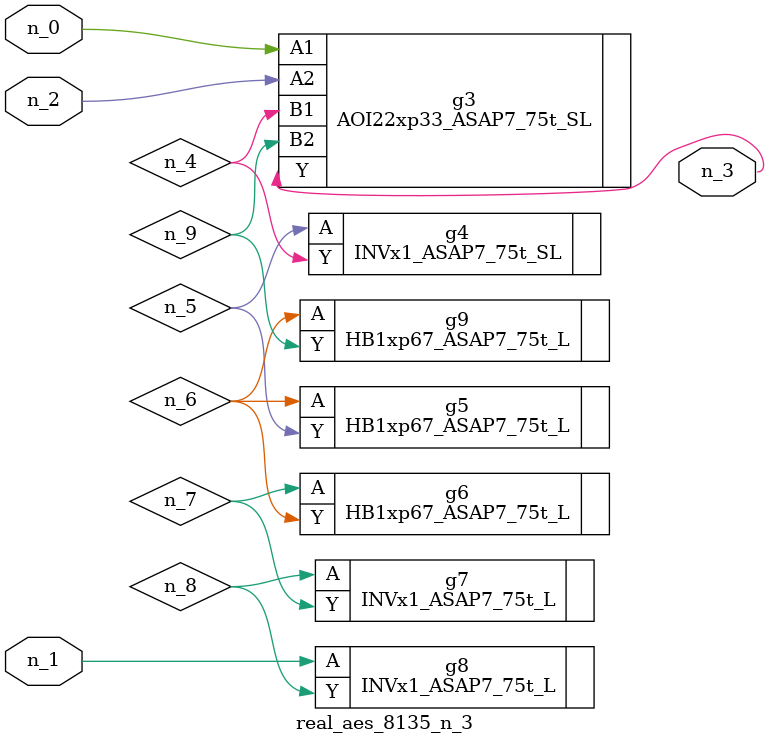
<source format=v>
module real_aes_8135_n_3 (n_0, n_2, n_1, n_3);
input n_0;
input n_2;
input n_1;
output n_3;
wire n_4;
wire n_5;
wire n_7;
wire n_9;
wire n_6;
wire n_8;
AOI22xp33_ASAP7_75t_SL g3 ( .A1(n_0), .A2(n_2), .B1(n_4), .B2(n_9), .Y(n_3) );
INVx1_ASAP7_75t_L g8 ( .A(n_1), .Y(n_8) );
INVx1_ASAP7_75t_SL g4 ( .A(n_5), .Y(n_4) );
HB1xp67_ASAP7_75t_L g5 ( .A(n_6), .Y(n_5) );
HB1xp67_ASAP7_75t_L g9 ( .A(n_6), .Y(n_9) );
HB1xp67_ASAP7_75t_L g6 ( .A(n_7), .Y(n_6) );
INVx1_ASAP7_75t_L g7 ( .A(n_8), .Y(n_7) );
endmodule
</source>
